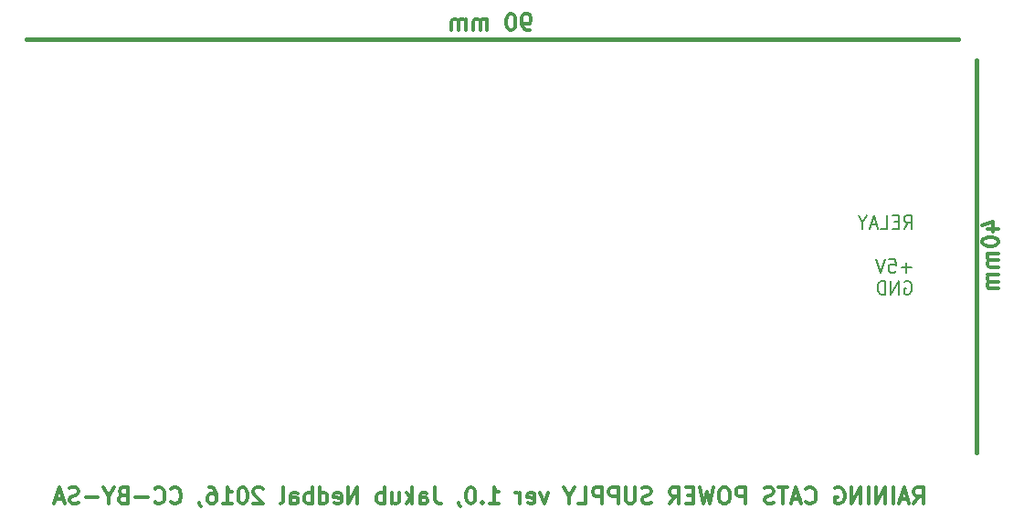
<source format=gbo>
G04 #@! TF.FileFunction,Legend,Bot*
%FSLAX46Y46*%
G04 Gerber Fmt 4.6, Leading zero omitted, Abs format (unit mm)*
G04 Created by KiCad (PCBNEW (2015-12-10 BZR 6367)-product) date Sun 25 Sep 2016 00:52:49 BST*
%MOMM*%
G01*
G04 APERTURE LIST*
%ADD10C,0.100000*%
%ADD11C,0.300000*%
%ADD12C,0.200000*%
%ADD13C,0.400000*%
G04 APERTURE END LIST*
D10*
D11*
X128983427Y-87800571D02*
X129483427Y-87086286D01*
X129840570Y-87800571D02*
X129840570Y-86300571D01*
X129269142Y-86300571D01*
X129126284Y-86372000D01*
X129054856Y-86443429D01*
X128983427Y-86586286D01*
X128983427Y-86800571D01*
X129054856Y-86943429D01*
X129126284Y-87014857D01*
X129269142Y-87086286D01*
X129840570Y-87086286D01*
X128411999Y-87372000D02*
X127697713Y-87372000D01*
X128554856Y-87800571D02*
X128054856Y-86300571D01*
X127554856Y-87800571D01*
X127054856Y-87800571D02*
X127054856Y-86300571D01*
X126340570Y-87800571D02*
X126340570Y-86300571D01*
X125483427Y-87800571D01*
X125483427Y-86300571D01*
X124769141Y-87800571D02*
X124769141Y-86300571D01*
X124054855Y-87800571D02*
X124054855Y-86300571D01*
X123197712Y-87800571D01*
X123197712Y-86300571D01*
X121697712Y-86372000D02*
X121840569Y-86300571D01*
X122054855Y-86300571D01*
X122269140Y-86372000D01*
X122411998Y-86514857D01*
X122483426Y-86657714D01*
X122554855Y-86943429D01*
X122554855Y-87157714D01*
X122483426Y-87443429D01*
X122411998Y-87586286D01*
X122269140Y-87729143D01*
X122054855Y-87800571D01*
X121911998Y-87800571D01*
X121697712Y-87729143D01*
X121626283Y-87657714D01*
X121626283Y-87157714D01*
X121911998Y-87157714D01*
X118983426Y-87657714D02*
X119054855Y-87729143D01*
X119269141Y-87800571D01*
X119411998Y-87800571D01*
X119626283Y-87729143D01*
X119769141Y-87586286D01*
X119840569Y-87443429D01*
X119911998Y-87157714D01*
X119911998Y-86943429D01*
X119840569Y-86657714D01*
X119769141Y-86514857D01*
X119626283Y-86372000D01*
X119411998Y-86300571D01*
X119269141Y-86300571D01*
X119054855Y-86372000D01*
X118983426Y-86443429D01*
X118411998Y-87372000D02*
X117697712Y-87372000D01*
X118554855Y-87800571D02*
X118054855Y-86300571D01*
X117554855Y-87800571D01*
X117269141Y-86300571D02*
X116411998Y-86300571D01*
X116840569Y-87800571D02*
X116840569Y-86300571D01*
X115983427Y-87729143D02*
X115769141Y-87800571D01*
X115411998Y-87800571D01*
X115269141Y-87729143D01*
X115197712Y-87657714D01*
X115126284Y-87514857D01*
X115126284Y-87372000D01*
X115197712Y-87229143D01*
X115269141Y-87157714D01*
X115411998Y-87086286D01*
X115697712Y-87014857D01*
X115840570Y-86943429D01*
X115911998Y-86872000D01*
X115983427Y-86729143D01*
X115983427Y-86586286D01*
X115911998Y-86443429D01*
X115840570Y-86372000D01*
X115697712Y-86300571D01*
X115340570Y-86300571D01*
X115126284Y-86372000D01*
X113340570Y-87800571D02*
X113340570Y-86300571D01*
X112769142Y-86300571D01*
X112626284Y-86372000D01*
X112554856Y-86443429D01*
X112483427Y-86586286D01*
X112483427Y-86800571D01*
X112554856Y-86943429D01*
X112626284Y-87014857D01*
X112769142Y-87086286D01*
X113340570Y-87086286D01*
X111554856Y-86300571D02*
X111269142Y-86300571D01*
X111126284Y-86372000D01*
X110983427Y-86514857D01*
X110911999Y-86800571D01*
X110911999Y-87300571D01*
X110983427Y-87586286D01*
X111126284Y-87729143D01*
X111269142Y-87800571D01*
X111554856Y-87800571D01*
X111697713Y-87729143D01*
X111840570Y-87586286D01*
X111911999Y-87300571D01*
X111911999Y-86800571D01*
X111840570Y-86514857D01*
X111697713Y-86372000D01*
X111554856Y-86300571D01*
X110411998Y-86300571D02*
X110054855Y-87800571D01*
X109769141Y-86729143D01*
X109483427Y-87800571D01*
X109126284Y-86300571D01*
X108554855Y-87014857D02*
X108054855Y-87014857D01*
X107840569Y-87800571D02*
X108554855Y-87800571D01*
X108554855Y-86300571D01*
X107840569Y-86300571D01*
X106340569Y-87800571D02*
X106840569Y-87086286D01*
X107197712Y-87800571D02*
X107197712Y-86300571D01*
X106626284Y-86300571D01*
X106483426Y-86372000D01*
X106411998Y-86443429D01*
X106340569Y-86586286D01*
X106340569Y-86800571D01*
X106411998Y-86943429D01*
X106483426Y-87014857D01*
X106626284Y-87086286D01*
X107197712Y-87086286D01*
X104626284Y-87729143D02*
X104411998Y-87800571D01*
X104054855Y-87800571D01*
X103911998Y-87729143D01*
X103840569Y-87657714D01*
X103769141Y-87514857D01*
X103769141Y-87372000D01*
X103840569Y-87229143D01*
X103911998Y-87157714D01*
X104054855Y-87086286D01*
X104340569Y-87014857D01*
X104483427Y-86943429D01*
X104554855Y-86872000D01*
X104626284Y-86729143D01*
X104626284Y-86586286D01*
X104554855Y-86443429D01*
X104483427Y-86372000D01*
X104340569Y-86300571D01*
X103983427Y-86300571D01*
X103769141Y-86372000D01*
X103126284Y-86300571D02*
X103126284Y-87514857D01*
X103054856Y-87657714D01*
X102983427Y-87729143D01*
X102840570Y-87800571D01*
X102554856Y-87800571D01*
X102411998Y-87729143D01*
X102340570Y-87657714D01*
X102269141Y-87514857D01*
X102269141Y-86300571D01*
X101554855Y-87800571D02*
X101554855Y-86300571D01*
X100983427Y-86300571D01*
X100840569Y-86372000D01*
X100769141Y-86443429D01*
X100697712Y-86586286D01*
X100697712Y-86800571D01*
X100769141Y-86943429D01*
X100840569Y-87014857D01*
X100983427Y-87086286D01*
X101554855Y-87086286D01*
X100054855Y-87800571D02*
X100054855Y-86300571D01*
X99483427Y-86300571D01*
X99340569Y-86372000D01*
X99269141Y-86443429D01*
X99197712Y-86586286D01*
X99197712Y-86800571D01*
X99269141Y-86943429D01*
X99340569Y-87014857D01*
X99483427Y-87086286D01*
X100054855Y-87086286D01*
X97840569Y-87800571D02*
X98554855Y-87800571D01*
X98554855Y-86300571D01*
X97054855Y-87086286D02*
X97054855Y-87800571D01*
X97554855Y-86300571D02*
X97054855Y-87086286D01*
X96554855Y-86300571D01*
X95054855Y-86800571D02*
X94697712Y-87800571D01*
X94340570Y-86800571D01*
X93197713Y-87729143D02*
X93340570Y-87800571D01*
X93626284Y-87800571D01*
X93769141Y-87729143D01*
X93840570Y-87586286D01*
X93840570Y-87014857D01*
X93769141Y-86872000D01*
X93626284Y-86800571D01*
X93340570Y-86800571D01*
X93197713Y-86872000D01*
X93126284Y-87014857D01*
X93126284Y-87157714D01*
X93840570Y-87300571D01*
X92483427Y-87800571D02*
X92483427Y-86800571D01*
X92483427Y-87086286D02*
X92411999Y-86943429D01*
X92340570Y-86872000D01*
X92197713Y-86800571D01*
X92054856Y-86800571D01*
X89626285Y-87800571D02*
X90483428Y-87800571D01*
X90054856Y-87800571D02*
X90054856Y-86300571D01*
X90197713Y-86514857D01*
X90340571Y-86657714D01*
X90483428Y-86729143D01*
X88983428Y-87657714D02*
X88912000Y-87729143D01*
X88983428Y-87800571D01*
X89054857Y-87729143D01*
X88983428Y-87657714D01*
X88983428Y-87800571D01*
X87983428Y-86300571D02*
X87840571Y-86300571D01*
X87697714Y-86372000D01*
X87626285Y-86443429D01*
X87554856Y-86586286D01*
X87483428Y-86872000D01*
X87483428Y-87229143D01*
X87554856Y-87514857D01*
X87626285Y-87657714D01*
X87697714Y-87729143D01*
X87840571Y-87800571D01*
X87983428Y-87800571D01*
X88126285Y-87729143D01*
X88197714Y-87657714D01*
X88269142Y-87514857D01*
X88340571Y-87229143D01*
X88340571Y-86872000D01*
X88269142Y-86586286D01*
X88197714Y-86443429D01*
X88126285Y-86372000D01*
X87983428Y-86300571D01*
X86769143Y-87729143D02*
X86769143Y-87800571D01*
X86840571Y-87943429D01*
X86912000Y-88014857D01*
X84554857Y-86300571D02*
X84554857Y-87372000D01*
X84626285Y-87586286D01*
X84769142Y-87729143D01*
X84983428Y-87800571D01*
X85126285Y-87800571D01*
X83197714Y-87800571D02*
X83197714Y-87014857D01*
X83269143Y-86872000D01*
X83412000Y-86800571D01*
X83697714Y-86800571D01*
X83840571Y-86872000D01*
X83197714Y-87729143D02*
X83340571Y-87800571D01*
X83697714Y-87800571D01*
X83840571Y-87729143D01*
X83912000Y-87586286D01*
X83912000Y-87443429D01*
X83840571Y-87300571D01*
X83697714Y-87229143D01*
X83340571Y-87229143D01*
X83197714Y-87157714D01*
X82483428Y-87800571D02*
X82483428Y-86300571D01*
X82340571Y-87229143D02*
X81912000Y-87800571D01*
X81912000Y-86800571D02*
X82483428Y-87372000D01*
X80626285Y-86800571D02*
X80626285Y-87800571D01*
X81269142Y-86800571D02*
X81269142Y-87586286D01*
X81197714Y-87729143D01*
X81054856Y-87800571D01*
X80840571Y-87800571D01*
X80697714Y-87729143D01*
X80626285Y-87657714D01*
X79911999Y-87800571D02*
X79911999Y-86300571D01*
X79911999Y-86872000D02*
X79769142Y-86800571D01*
X79483428Y-86800571D01*
X79340571Y-86872000D01*
X79269142Y-86943429D01*
X79197713Y-87086286D01*
X79197713Y-87514857D01*
X79269142Y-87657714D01*
X79340571Y-87729143D01*
X79483428Y-87800571D01*
X79769142Y-87800571D01*
X79911999Y-87729143D01*
X77411999Y-87800571D02*
X77411999Y-86300571D01*
X76554856Y-87800571D01*
X76554856Y-86300571D01*
X75269142Y-87729143D02*
X75411999Y-87800571D01*
X75697713Y-87800571D01*
X75840570Y-87729143D01*
X75911999Y-87586286D01*
X75911999Y-87014857D01*
X75840570Y-86872000D01*
X75697713Y-86800571D01*
X75411999Y-86800571D01*
X75269142Y-86872000D01*
X75197713Y-87014857D01*
X75197713Y-87157714D01*
X75911999Y-87300571D01*
X73911999Y-87800571D02*
X73911999Y-86300571D01*
X73911999Y-87729143D02*
X74054856Y-87800571D01*
X74340570Y-87800571D01*
X74483428Y-87729143D01*
X74554856Y-87657714D01*
X74626285Y-87514857D01*
X74626285Y-87086286D01*
X74554856Y-86943429D01*
X74483428Y-86872000D01*
X74340570Y-86800571D01*
X74054856Y-86800571D01*
X73911999Y-86872000D01*
X73197713Y-87800571D02*
X73197713Y-86300571D01*
X73197713Y-86872000D02*
X73054856Y-86800571D01*
X72769142Y-86800571D01*
X72626285Y-86872000D01*
X72554856Y-86943429D01*
X72483427Y-87086286D01*
X72483427Y-87514857D01*
X72554856Y-87657714D01*
X72626285Y-87729143D01*
X72769142Y-87800571D01*
X73054856Y-87800571D01*
X73197713Y-87729143D01*
X71197713Y-87800571D02*
X71197713Y-87014857D01*
X71269142Y-86872000D01*
X71411999Y-86800571D01*
X71697713Y-86800571D01*
X71840570Y-86872000D01*
X71197713Y-87729143D02*
X71340570Y-87800571D01*
X71697713Y-87800571D01*
X71840570Y-87729143D01*
X71911999Y-87586286D01*
X71911999Y-87443429D01*
X71840570Y-87300571D01*
X71697713Y-87229143D01*
X71340570Y-87229143D01*
X71197713Y-87157714D01*
X70269141Y-87800571D02*
X70411999Y-87729143D01*
X70483427Y-87586286D01*
X70483427Y-86300571D01*
X68626285Y-86443429D02*
X68554856Y-86372000D01*
X68411999Y-86300571D01*
X68054856Y-86300571D01*
X67911999Y-86372000D01*
X67840570Y-86443429D01*
X67769142Y-86586286D01*
X67769142Y-86729143D01*
X67840570Y-86943429D01*
X68697713Y-87800571D01*
X67769142Y-87800571D01*
X66840571Y-86300571D02*
X66697714Y-86300571D01*
X66554857Y-86372000D01*
X66483428Y-86443429D01*
X66411999Y-86586286D01*
X66340571Y-86872000D01*
X66340571Y-87229143D01*
X66411999Y-87514857D01*
X66483428Y-87657714D01*
X66554857Y-87729143D01*
X66697714Y-87800571D01*
X66840571Y-87800571D01*
X66983428Y-87729143D01*
X67054857Y-87657714D01*
X67126285Y-87514857D01*
X67197714Y-87229143D01*
X67197714Y-86872000D01*
X67126285Y-86586286D01*
X67054857Y-86443429D01*
X66983428Y-86372000D01*
X66840571Y-86300571D01*
X64912000Y-87800571D02*
X65769143Y-87800571D01*
X65340571Y-87800571D02*
X65340571Y-86300571D01*
X65483428Y-86514857D01*
X65626286Y-86657714D01*
X65769143Y-86729143D01*
X63626286Y-86300571D02*
X63912000Y-86300571D01*
X64054857Y-86372000D01*
X64126286Y-86443429D01*
X64269143Y-86657714D01*
X64340572Y-86943429D01*
X64340572Y-87514857D01*
X64269143Y-87657714D01*
X64197715Y-87729143D01*
X64054857Y-87800571D01*
X63769143Y-87800571D01*
X63626286Y-87729143D01*
X63554857Y-87657714D01*
X63483429Y-87514857D01*
X63483429Y-87157714D01*
X63554857Y-87014857D01*
X63626286Y-86943429D01*
X63769143Y-86872000D01*
X64054857Y-86872000D01*
X64197715Y-86943429D01*
X64269143Y-87014857D01*
X64340572Y-87157714D01*
X62769144Y-87729143D02*
X62769144Y-87800571D01*
X62840572Y-87943429D01*
X62912001Y-88014857D01*
X60126286Y-87657714D02*
X60197715Y-87729143D01*
X60412001Y-87800571D01*
X60554858Y-87800571D01*
X60769143Y-87729143D01*
X60912001Y-87586286D01*
X60983429Y-87443429D01*
X61054858Y-87157714D01*
X61054858Y-86943429D01*
X60983429Y-86657714D01*
X60912001Y-86514857D01*
X60769143Y-86372000D01*
X60554858Y-86300571D01*
X60412001Y-86300571D01*
X60197715Y-86372000D01*
X60126286Y-86443429D01*
X58626286Y-87657714D02*
X58697715Y-87729143D01*
X58912001Y-87800571D01*
X59054858Y-87800571D01*
X59269143Y-87729143D01*
X59412001Y-87586286D01*
X59483429Y-87443429D01*
X59554858Y-87157714D01*
X59554858Y-86943429D01*
X59483429Y-86657714D01*
X59412001Y-86514857D01*
X59269143Y-86372000D01*
X59054858Y-86300571D01*
X58912001Y-86300571D01*
X58697715Y-86372000D01*
X58626286Y-86443429D01*
X57983429Y-87229143D02*
X56840572Y-87229143D01*
X55626286Y-87014857D02*
X55412000Y-87086286D01*
X55340572Y-87157714D01*
X55269143Y-87300571D01*
X55269143Y-87514857D01*
X55340572Y-87657714D01*
X55412000Y-87729143D01*
X55554858Y-87800571D01*
X56126286Y-87800571D01*
X56126286Y-86300571D01*
X55626286Y-86300571D01*
X55483429Y-86372000D01*
X55412000Y-86443429D01*
X55340572Y-86586286D01*
X55340572Y-86729143D01*
X55412000Y-86872000D01*
X55483429Y-86943429D01*
X55626286Y-87014857D01*
X56126286Y-87014857D01*
X54340572Y-87086286D02*
X54340572Y-87800571D01*
X54840572Y-86300571D02*
X54340572Y-87086286D01*
X53840572Y-86300571D01*
X53340572Y-87229143D02*
X52197715Y-87229143D01*
X51554858Y-87729143D02*
X51340572Y-87800571D01*
X50983429Y-87800571D01*
X50840572Y-87729143D01*
X50769143Y-87657714D01*
X50697715Y-87514857D01*
X50697715Y-87372000D01*
X50769143Y-87229143D01*
X50840572Y-87157714D01*
X50983429Y-87086286D01*
X51269143Y-87014857D01*
X51412001Y-86943429D01*
X51483429Y-86872000D01*
X51554858Y-86729143D01*
X51554858Y-86586286D01*
X51483429Y-86443429D01*
X51412001Y-86372000D01*
X51269143Y-86300571D01*
X50912001Y-86300571D01*
X50697715Y-86372000D01*
X50126287Y-87372000D02*
X49412001Y-87372000D01*
X50269144Y-87800571D02*
X49769144Y-86300571D01*
X49269144Y-87800571D01*
D12*
X128117714Y-67218000D02*
X128232000Y-67160857D01*
X128403429Y-67160857D01*
X128574857Y-67218000D01*
X128689143Y-67332286D01*
X128746286Y-67446571D01*
X128803429Y-67675143D01*
X128803429Y-67846571D01*
X128746286Y-68075143D01*
X128689143Y-68189429D01*
X128574857Y-68303714D01*
X128403429Y-68360857D01*
X128289143Y-68360857D01*
X128117714Y-68303714D01*
X128060571Y-68246571D01*
X128060571Y-67846571D01*
X128289143Y-67846571D01*
X127546286Y-68360857D02*
X127546286Y-67160857D01*
X126860571Y-68360857D01*
X126860571Y-67160857D01*
X126289143Y-68360857D02*
X126289143Y-67160857D01*
X126003428Y-67160857D01*
X125832000Y-67218000D01*
X125717714Y-67332286D01*
X125660571Y-67446571D01*
X125603428Y-67675143D01*
X125603428Y-67846571D01*
X125660571Y-68075143D01*
X125717714Y-68189429D01*
X125832000Y-68303714D01*
X126003428Y-68360857D01*
X126289143Y-68360857D01*
X128746286Y-65871714D02*
X127832000Y-65871714D01*
X128289143Y-66328857D02*
X128289143Y-65414571D01*
X126689143Y-65128857D02*
X127260572Y-65128857D01*
X127317715Y-65700286D01*
X127260572Y-65643143D01*
X127146286Y-65586000D01*
X126860572Y-65586000D01*
X126746286Y-65643143D01*
X126689143Y-65700286D01*
X126632000Y-65814571D01*
X126632000Y-66100286D01*
X126689143Y-66214571D01*
X126746286Y-66271714D01*
X126860572Y-66328857D01*
X127146286Y-66328857D01*
X127260572Y-66271714D01*
X127317715Y-66214571D01*
X126289143Y-65128857D02*
X125889143Y-66328857D01*
X125489143Y-65128857D01*
X128060571Y-62264857D02*
X128460571Y-61693429D01*
X128746286Y-62264857D02*
X128746286Y-61064857D01*
X128289143Y-61064857D01*
X128174857Y-61122000D01*
X128117714Y-61179143D01*
X128060571Y-61293429D01*
X128060571Y-61464857D01*
X128117714Y-61579143D01*
X128174857Y-61636286D01*
X128289143Y-61693429D01*
X128746286Y-61693429D01*
X127546286Y-61636286D02*
X127146286Y-61636286D01*
X126974857Y-62264857D02*
X127546286Y-62264857D01*
X127546286Y-61064857D01*
X126974857Y-61064857D01*
X125889143Y-62264857D02*
X126460572Y-62264857D01*
X126460572Y-61064857D01*
X125546286Y-61922000D02*
X124974857Y-61922000D01*
X125660571Y-62264857D02*
X125260571Y-61064857D01*
X124860571Y-62264857D01*
X124232000Y-61693429D02*
X124232000Y-62264857D01*
X124632000Y-61064857D02*
X124232000Y-61693429D01*
X123832000Y-61064857D01*
D11*
X135822571Y-62341429D02*
X136822571Y-62341429D01*
X135251143Y-61984286D02*
X136322571Y-61627143D01*
X136322571Y-62555715D01*
X135322571Y-63412857D02*
X135322571Y-63555714D01*
X135394000Y-63698571D01*
X135465429Y-63770000D01*
X135608286Y-63841429D01*
X135894000Y-63912857D01*
X136251143Y-63912857D01*
X136536857Y-63841429D01*
X136679714Y-63770000D01*
X136751143Y-63698571D01*
X136822571Y-63555714D01*
X136822571Y-63412857D01*
X136751143Y-63270000D01*
X136679714Y-63198571D01*
X136536857Y-63127143D01*
X136251143Y-63055714D01*
X135894000Y-63055714D01*
X135608286Y-63127143D01*
X135465429Y-63198571D01*
X135394000Y-63270000D01*
X135322571Y-63412857D01*
X136822571Y-64555714D02*
X135822571Y-64555714D01*
X135965429Y-64555714D02*
X135894000Y-64627142D01*
X135822571Y-64770000D01*
X135822571Y-64984285D01*
X135894000Y-65127142D01*
X136036857Y-65198571D01*
X136822571Y-65198571D01*
X136036857Y-65198571D02*
X135894000Y-65270000D01*
X135822571Y-65412857D01*
X135822571Y-65627142D01*
X135894000Y-65770000D01*
X136036857Y-65841428D01*
X136822571Y-65841428D01*
X136822571Y-66555714D02*
X135822571Y-66555714D01*
X135965429Y-66555714D02*
X135894000Y-66627142D01*
X135822571Y-66770000D01*
X135822571Y-66984285D01*
X135894000Y-67127142D01*
X136036857Y-67198571D01*
X136822571Y-67198571D01*
X136036857Y-67198571D02*
X135894000Y-67270000D01*
X135822571Y-67412857D01*
X135822571Y-67627142D01*
X135894000Y-67770000D01*
X136036857Y-67841428D01*
X136822571Y-67841428D01*
D13*
X134747000Y-83058000D02*
X134747000Y-46609000D01*
D11*
X93341428Y-43858571D02*
X93055713Y-43858571D01*
X92912856Y-43787143D01*
X92841428Y-43715714D01*
X92698570Y-43501429D01*
X92627142Y-43215714D01*
X92627142Y-42644286D01*
X92698570Y-42501429D01*
X92769999Y-42430000D01*
X92912856Y-42358571D01*
X93198570Y-42358571D01*
X93341428Y-42430000D01*
X93412856Y-42501429D01*
X93484285Y-42644286D01*
X93484285Y-43001429D01*
X93412856Y-43144286D01*
X93341428Y-43215714D01*
X93198570Y-43287143D01*
X92912856Y-43287143D01*
X92769999Y-43215714D01*
X92698570Y-43144286D01*
X92627142Y-43001429D01*
X91698571Y-42358571D02*
X91555714Y-42358571D01*
X91412857Y-42430000D01*
X91341428Y-42501429D01*
X91269999Y-42644286D01*
X91198571Y-42930000D01*
X91198571Y-43287143D01*
X91269999Y-43572857D01*
X91341428Y-43715714D01*
X91412857Y-43787143D01*
X91555714Y-43858571D01*
X91698571Y-43858571D01*
X91841428Y-43787143D01*
X91912857Y-43715714D01*
X91984285Y-43572857D01*
X92055714Y-43287143D01*
X92055714Y-42930000D01*
X91984285Y-42644286D01*
X91912857Y-42501429D01*
X91841428Y-42430000D01*
X91698571Y-42358571D01*
X89412857Y-43858571D02*
X89412857Y-42858571D01*
X89412857Y-43001429D02*
X89341429Y-42930000D01*
X89198571Y-42858571D01*
X88984286Y-42858571D01*
X88841429Y-42930000D01*
X88770000Y-43072857D01*
X88770000Y-43858571D01*
X88770000Y-43072857D02*
X88698571Y-42930000D01*
X88555714Y-42858571D01*
X88341429Y-42858571D01*
X88198571Y-42930000D01*
X88127143Y-43072857D01*
X88127143Y-43858571D01*
X87412857Y-43858571D02*
X87412857Y-42858571D01*
X87412857Y-43001429D02*
X87341429Y-42930000D01*
X87198571Y-42858571D01*
X86984286Y-42858571D01*
X86841429Y-42930000D01*
X86770000Y-43072857D01*
X86770000Y-43858571D01*
X86770000Y-43072857D02*
X86698571Y-42930000D01*
X86555714Y-42858571D01*
X86341429Y-42858571D01*
X86198571Y-42930000D01*
X86127143Y-43072857D01*
X86127143Y-43858571D01*
D13*
X133096000Y-44704000D02*
X46736000Y-44704000D01*
M02*

</source>
